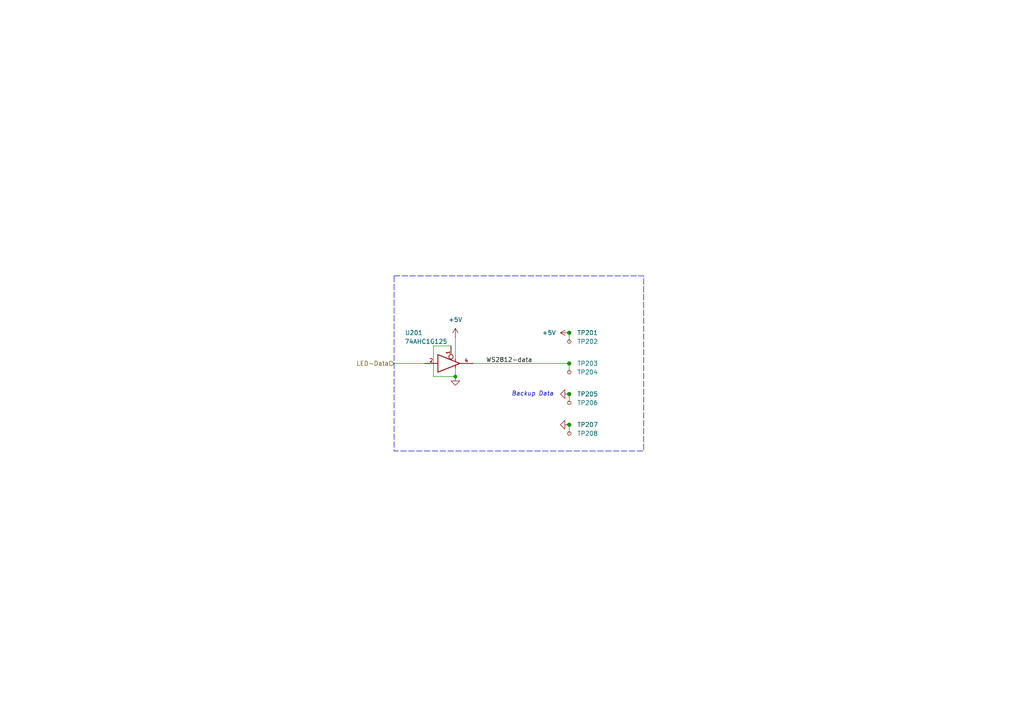
<source format=kicad_sch>
(kicad_sch (version 20250114) (generator "eeschema") (generator_version "9.0")
  (paper "A4")
  (title_block (title "LED Strip") (date "2023-05-07") (rev "3") (company "Versio Duo"))
  (lib_symbols
    (symbol "V2_74xGxx:74AHC1G125" (pin_names (offset 1.016))
      (property "Reference" "U" (at -8.89 -3.81 0))
      (property "Value" "74AHC1G125" (at -3.81 -6.35 0))
      (symbol "74AHC1G125_0_1"
        (polyline (pts (xy -3.81 2.54) (xy -3.81 -2.54) (xy 2.54 0) (xy -3.81 2.54)) (stroke (width 0.254)))
      )
      (symbol "74AHC1G125_1_1"
        (pin input line (at -7.62 0 0) (length 3.81) (name "") (number "2"))
        (pin input inverted (at 0 5.08 270) (length 3.81) (name "") (number "1"))
        (pin power_in line (at 1.27 1.27 270) (length 0.635) (name "") (number "5"))
        (pin power_in line (at 1.27 -1.27 90) (length 0.635) (name "") (number "3"))
        (pin tri_state line (at 6.35 0 180) (length 3.81) (name "") (number "4"))
      )
    )
    (symbol "V2_Connector:TestPoint_Pad_2.0x2.0mm" (pin_numbers (hide yes)) (pin_names (offset 0.762) (hide yes)) (exclude_from_sim yes) (in_bom no)
      (property "Reference" "TP" (at 0 3.81 0))
      (symbol "TestPoint_Pad_2.0x2.0mm_0_1"
        (circle (center 0 0) (radius 0.508))
      )
      (symbol "TestPoint_Pad_2.0x2.0mm_1_1"
        (pin passive line (at 0 0 90) (length 0) (name "1") (number "1"))
      )
    )
    (symbol "V2_power:+5V" (power) (pin_numbers (hide yes)) (pin_names (offset 0) (hide yes))
      (property "Value" "+5V" (at 0 5.08 0))
      (symbol "+5V_0_1"
        (polyline (pts (xy -0.762 1.27) (xy 0 2.54)))
        (polyline (pts (xy 0 2.54) (xy 0.762 1.27)))
        (polyline (pts (xy 0 0) (xy 0 2.54)))
      )
      (symbol "+5V_1_1"
        (pin power_in line (at 0 0 90) (length 0) (name "~") (number "1"))
      )
    )
    (symbol "V2_power:GND" (power) (pin_numbers (hide yes)) (pin_names (offset 0) (hide yes))
      (symbol "GND_0_1"
        (polyline (pts (xy 0 0) (xy 0 -1.27) (xy 1.27 -1.27) (xy 0 -2.54) (xy -1.27 -1.27) (xy 0 -1.27)))
      )
      (symbol "GND_1_1"
        (pin power_in line (at 0 0 270) (length 0) (name "~") (number "1"))
      )
    )
  )
  (rectangle (start 114.3 80.01) (end 186.69 130.81) (stroke (width 0) (type dash)))
  (text "Backup Data" (at 148.336 115.062 0) (effects (font (size 1.27 1.27) (italic yes)) (justify left bottom)))
  (junction (at 165.1 123.19))
  (junction (at 165.1 114.3))
  (junction (at 165.1 96.52))
  (junction (at 132.08 109.22))
  (junction (at 165.1 105.41))
  (wire (pts (xy 114.3 105.41) (xy 123.19 105.41)))
  (wire (pts (xy 132.08 97.79) (xy 132.08 104.14)))
  (wire (pts (xy 125.73 100.33) (xy 125.73 109.22)))
  (wire (pts (xy 137.16 105.41) (xy 165.1 105.41)))
  (wire (pts (xy 125.73 109.22) (xy 132.08 109.22)))
  (wire (pts (xy 165.1 96.52) (xy 165.1 99.06)))
  (wire (pts (xy 132.08 106.68) (xy 132.08 109.22)))
  (wire (pts (xy 165.1 123.19) (xy 165.1 125.73)))
  (wire (pts (xy 165.1 114.3) (xy 165.1 116.84)))
  (wire (pts (xy 130.81 100.33) (xy 125.73 100.33)))
  (wire (pts (xy 165.1 105.41) (xy 165.1 107.95)))
  (label "WS2812-data" (at 140.97 105.41 0))
  (hierarchical_label "LED-Data" (shape input) (at 114.3 105.41 180))
  (symbol (lib_id "V2_Connector:TestPoint_Pad_2.0x2.0mm") (at 165.1 116.84 270) (unit 1) (exclude_from_sim yes) (in_bom no)
    (property "Reference" "TP206" (at 167.386 116.84 90) (effects (justify left)))
    (property "Footprint" "V2_TestPoint:TestPoint_Pad_2.0x2.0mm" (effects (hide yes)))
  )
  (symbol (lib_id "V2_Connector:TestPoint_Pad_2.0x2.0mm") (at 165.1 107.95 270) (unit 1) (exclude_from_sim yes) (in_bom no)
    (property "Reference" "TP204" (at 167.386 107.95 90) (effects (justify left)))
    (property "Footprint" "V2_TestPoint:TestPoint_Pad_2.0x2.0mm" (effects (hide yes)))
  )
  (symbol (lib_id "V2_power:GND") (at 165.1 123.19 270) (unit 1)
    (property "Reference" "#PWR0205" (effects (hide yes)))
    (property "Value" "GND" (effects (hide yes)))
  )
  (symbol (lib_id "V2_Connector:TestPoint_Pad_2.0x2.0mm") (at 165.1 99.06 270) (unit 1) (exclude_from_sim yes) (in_bom no)
    (property "Reference" "TP202" (at 167.386 99.06 90) (effects (justify left)))
    (property "Footprint" "V2_TestPoint:TestPoint_Pad_2.0x2.0mm" (effects (hide yes)))
  )
  (symbol (lib_id "V2_Connector:TestPoint_Pad_2.0x2.0mm") (at 165.1 123.19 270) (unit 1) (exclude_from_sim yes) (in_bom no)
    (property "Reference" "TP207" (at 167.386 123.19 90) (effects (justify left)))
    (property "Footprint" "V2_TestPoint:TestPoint_Pad_2.0x2.0mm" (effects (hide yes)))
  )
  (symbol (lib_id "V2_power:+5V") (at 165.1 96.52 90) (unit 1)
    (property "Reference" "#PWR0203" (effects (hide yes)))
    (property "Value" "+5V" (at 161.29 96.5199 90) (effects (justify left)))
  )
  (symbol (lib_id "V2_power:+5V") (at 132.08 97.79 0) (unit 1)
    (property "Reference" "#PWR0201" (effects (hide yes)))
    (property "Value" "+5V" (at 132.08 92.71 0))
  )
  (symbol (lib_id "V2_power:GND") (at 132.08 109.22 0) (unit 1)
    (property "Reference" "#PWR0202" (effects (hide yes)))
    (property "Value" "GND" (effects (hide yes)))
  )
  (symbol (lib_id "V2_Connector:TestPoint_Pad_2.0x2.0mm") (at 165.1 105.41 270) (unit 1) (exclude_from_sim yes) (in_bom no)
    (property "Reference" "TP203" (at 167.386 105.41 90) (effects (justify left)))
    (property "Footprint" "V2_TestPoint:TestPoint_Pad_2.0x2.0mm" (effects (hide yes)))
  )
  (symbol (lib_id "V2_Connector:TestPoint_Pad_2.0x2.0mm") (at 165.1 96.52 270) (unit 1) (exclude_from_sim yes) (in_bom no)
    (property "Reference" "TP201" (at 167.386 96.52 90) (effects (justify left)))
    (property "Footprint" "V2_TestPoint:TestPoint_Pad_2.0x2.0mm" (effects (hide yes)))
  )
  (symbol (lib_id "V2_Connector:TestPoint_Pad_2.0x2.0mm") (at 165.1 125.73 270) (unit 1) (exclude_from_sim yes) (in_bom no)
    (property "Reference" "TP208" (at 167.386 125.73 90) (effects (justify left)))
    (property "Footprint" "V2_TestPoint:TestPoint_Pad_2.0x2.0mm" (effects (hide yes)))
  )
  (symbol (lib_id "V2_74xGxx:74AHC1G125") (at 130.81 105.41 0) (unit 1)
    (property "Reference" "U201" (at 120.015 96.52 0))
    (property "Value" "74AHC1G125" (at 123.571 99.06 0))
    (property "Footprint" "V2_Package_TO_SOT_SMD:SOT-23-5" (effects (hide yes)))
    (property "Datasheet" "http://www.ti.com/lit/sg/scyt129e/scyt129e.pdf" (effects (hide yes)))
    (property "Description" "Single Buffer Gate Tri-State, Low-Voltage CMOS" (effects (hide yes)))
    (property "Mouser" "595-SN74AHC1G125DBVR" (effects (hide yes)))
    (property "Product" "SN74AHC1G125DBVR" (effects (hide yes)))
    (property "Manufacturer" "Texas Instruments" (effects (hide yes)))
  )
  (symbol (lib_id "V2_power:GND") (at 165.1 114.3 270) (unit 1)
    (property "Reference" "#PWR0204" (effects (hide yes)))
    (property "Value" "GND" (effects (hide yes)))
  )
  (symbol (lib_id "V2_Connector:TestPoint_Pad_2.0x2.0mm") (at 165.1 114.3 270) (unit 1) (exclude_from_sim yes) (in_bom no)
    (property "Reference" "TP205" (at 167.386 114.3 90) (effects (justify left)))
    (property "Footprint" "V2_TestPoint:TestPoint_Pad_2.0x2.0mm" (effects (hide yes)))
  )
)
</source>
